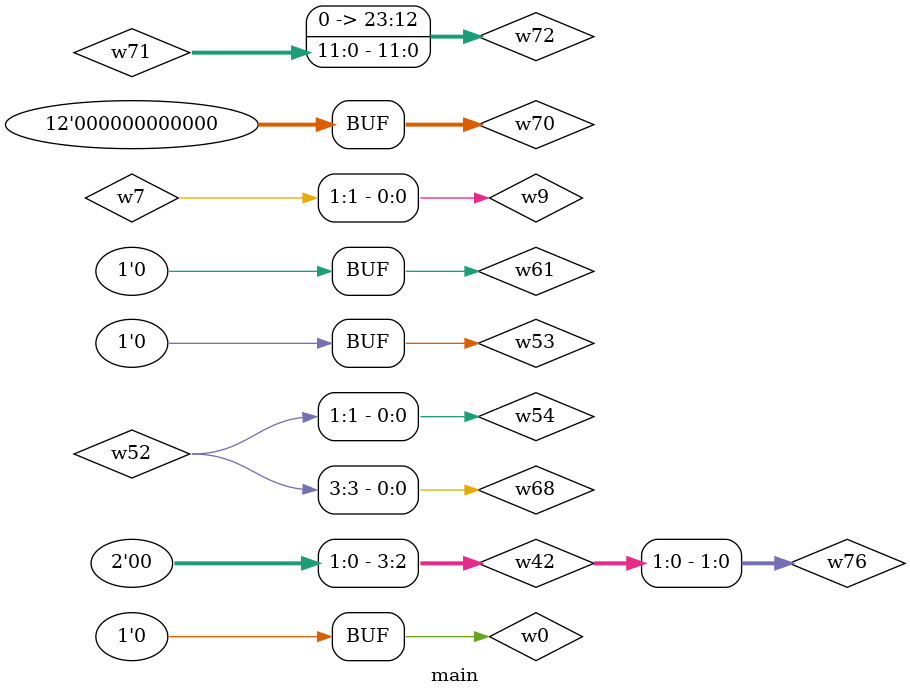
<source format=v>

`timescale 1ns/1ns

module main;    //: root_module
reg [7:0] w4;    //: /sn:0 {0}(#:263,12)(225,12)(225,-15){1}
//: {2}(225,-19)(225,-46)(#:263,-46){3}
//: {4}(223,-17)(210,-17)(210,-17)(147,-17){5}
//: {6}(145,-19)(145,-49)(145,-49)(145,-87){7}
//: {8}(145,-15)(145,161)(-184,161){9}
//: {10}(-188,161)(-292,161)(#:-292,185){11}
//: {12}(-186,163)(#:-186,186){13}
supply0 w0;    //: /sn:0 {0}(478,149)(478,73)(478,73)(478,118){1}
//: {2}(480,120)(512,120)(512,120)(594,120){3}
//: {4}(598,120)(707,120)(707,259){5}
//: {6}(596,118)(596,141)(596,141)(596,204){7}
//: {8}(476,120)(459,120)(459,120)(449,120){9}
//: {10}(445,120)(267,120)(267,98){11}
//: {12}(447,122)(447,348)(478,348)(478,362){13}
reg [1:0] w76;    //: /sn:0 {0}(#:80,-80)(80,-76)(80,-76)(#:80,-44){1}
supply0 w53;    //: /sn:0 {0}(-182,357)(-182,386)(-233,386){1}
//: {2}(-235,384)(-235,293)(-182,293)(-182,309){3}
//: {4}(-237,386)(-379,386)(-379,279){5}
//: {6}(-377,277)(-362,277)(-362,277)(-347,277){7}
//: {8}(-379,275)(-379,205)(-379,205)(-379,150){9}
//: {10}(-377,148)(-332,148){11}
//: {12}(-328,148)(-247,148){13}
//: {14}(-243,148)(-204,148)(-204,148)(-118,148){15}
//: {16}(-114,148)(5,148)(5,74)(-10,74){17}
//: {18}(-116,146)(-116,76)(-131,76){19}
//: {20}(-245,146)(-245,78)(-262,78){21}
//: {22}(-330,146)(-330,78)(-349,78){23}
//: {24}(-381,148)(-463,148){25}
wire w6;    //: /sn:0 {0}(314,97)(314,189)(464,189){1}
wire w32;    //: /sn:0 {0}(596,275)(596,258)(596,258)(596,252){1}
wire [7:0] w7;    //: /sn:0 {0}(203,84)(203,376)(412,376)(412,574)(778,574)(#:778,564){1}
wire w73;    //: /sn:0 {0}(611,370)(672,370)(672,370)(693,370){1}
wire w45;    //: /sn:0 {0}(505,97)(505,212)(582,212){1}
wire w61;    //: /sn:0 {0}(-283,57)(-283,28)(-283,28)(-283,16){1}
//: {2}(-281,14)(-241,14)(-241,14)(-154,14){3}
//: {4}(-150,14)(-108,14)(-108,14)(-33,14){5}
//: {6}(-29,14)(62,14){7}
//: {8}(66,14)(75,14)(75,-38){9}
//: {10}(64,16)(64,327)(-40,327){11}
//: {12}(-31,16)(-31,53){13}
//: {14}(-152,16)(-152,34)(-152,34)(-152,55){15}
//: {16}(-285,14)(-370,14)(-370,45){17}
//: {18}(-372,47)(-396,47)(-396,66){19}
//: {20}(-394,68)(-381,68){21}
//: {22}(-396,70)(-396,78)(-381,78){23}
//: {24}(-370,49)(-370,57){25}
wire w46;    //: /sn:0 {0}(82,88)(82,93){1}
//: {2}(80,95)(42,95)(42,21)(-19,21){3}
//: {4}(-23,21)(-98,21)(-98,21)(-140,21){5}
//: {6}(-144,21)(-231,21)(-231,21)(-271,21){7}
//: {8}(-275,21)(-360,21)(-360,57){9}
//: {10}(-273,23)(-273,38)(-273,38)(-273,57){11}
//: {12}(-142,23)(-142,38)(-142,38)(-142,55){13}
//: {14}(-21,23)(-21,53){15}
//: {16}(82,97)(82,337)(-40,337){17}
wire w60;    //: /sn:0 {0}(763,558)(763,425)(722,425){1}
wire w56;    //: /sn:0 {0}(753,558)(753,497)(722,497){1}
wire w14;    //: /sn:0 {0}(478,197)(478,211)(478,211)(478,220){1}
wire w16;    //: /sn:0 {0}(493,315)(537,315)(537,315)(582,315){1}
wire w19;    //: /sn:0 {0}(333,97)(333,157)(464,157){1}
wire w15;    //: /sn:0 {0}(493,244)(537,244)(537,244)(582,244){1}
wire w38;    //: /sn:0 {0}(464,228)(371,228)(371,97){1}
wire [23:0] w51;    //: /sn:0 {0}(#:198,84)(198,376)(-77,376){1}
//: {2}(-79,374)(#:-79,343){3}
//: {4}(-81,376)(-206,376)(-206,349)(-196,349){5}
wire [11:0] w69;    //: /sn:0 {0}(#:-292,219)(-292,205)(-292,205)(#:-292,206){1}
wire w3;    //: /sn:0 {0}(478,410)(478,425)(582,425){1}
wire w66;    //: /sn:0 {0}(-287,225)(-287,227)(-287,227)(-287,249){1}
wire [3:0] w64;    //: /sn:0 {0}(#:82,67)(82,63){1}
//: {2}(84,61)(118,61)(118,175)(-231,175){3}
//: {4}(-235,175)(-340,175)(-340,195)(-329,195){5}
//: {6}(-233,177)(-233,196)(-223,196){7}
//: {8}(82,59)(#:82,50){9}
wire w37;    //: /sn:0 {0}(611,299)(653,299)(653,299)(693,299){1}
wire [11:0] w63;    //: /sn:0 {0}(#:-186,207)(-186,236)(-282,236)(-282,249){1}
wire w34;    //: /sn:0 {0}(596,394)(596,417){1}
wire w43;    //: /sn:0 {0}(707,330)(707,307){1}
wire w21;    //: /sn:0 {0}(793,558)(793,228)(611,228){1}
wire w54;    //: /sn:0 {0}(-218,68)(-243,68){1}
//: {2}(-245,66)(-245,-28)(38,-28){3}
//: {4}(-247,68)(-262,68){5}
wire [11:0] w58;    //: /sn:0 {0}(201,44)(201,62)(201,62)(#:201,63){1}
wire w31;    //: /sn:0 {0}(675,76)(675,-31)(658,-31){1}
//: {2}(654,-31)(639,-31){3}
//: {4}(635,-31)(620,-31){5}
//: {6}(616,-31)(399,-31)(399,-31)(269,-31){7}
//: {8}(618,-29)(618,76){9}
//: {10}(637,-29)(637,76){11}
//: {12}(656,-29)(656,76){13}
wire w28;    //: /sn:0 {0}(642,76)(642,19)(642,19)(642,7)(563,7)(563,7)(529,7){1}
//: {2}(525,7)(409,7)(409,7)(376,7){3}
//: {4}(372,7)(339,7)(339,7)(318,7){5}
//: {6}(314,7)(285,7)(285,7)(269,7){7}
//: {8}(316,9)(316,76){9}
//: {10}(374,9)(374,76){11}
//: {12}(527,9)(527,19)(527,19)(527,76){13}
wire w24;    //: /sn:0 {0}(387,76)(387,-61)(351,-61){1}
//: {2}(347,-61)(324,-61)(324,-61)(313,-61){3}
//: {4}(309,-61)(302,-61)(302,-61)(295,-61){5}
//: {6}(291,-61)(269,-61){7}
//: {8}(293,-59)(293,76){9}
//: {10}(311,-59)(311,-49)(311,-49)(311,76){11}
//: {12}(349,-59)(349,-49)(349,-49)(349,76){13}
wire w36;    //: /sn:0 {0}(425,76)(425,-51)(408,-51){1}
//: {2}(404,-51)(381,-51)(381,-51)(371,-51){3}
//: {4}(367,-51)(343,-51)(343,-51)(332,-51){5}
//: {6}(328,-51)(292,-51)(292,-51)(269,-51){7}
//: {8}(330,-49)(330,76){9}
//: {10}(369,-49)(369,76){11}
//: {12}(406,-49)(406,76){13}
wire w23;    //: /sn:0 {0}(560,76)(560,-29)(560,-29)(560,-41)(549,-41)(549,-41)(543,-41){1}
//: {2}(539,-41)(532,-41)(532,-41)(524,-41){3}
//: {4}(520,-41)(505,-41){5}
//: {6}(501,-41)(346,-41)(346,-41)(269,-41){7}
//: {8}(503,-39)(503,18)(503,18)(503,76){9}
//: {10}(522,-39)(522,76){11}
//: {12}(541,-39)(541,76){13}
wire w20;    //: /sn:0 {0}(623,76)(623,9)(623,9)(623,-3)(544,-3)(544,-3)(510,-3){1}
//: {2}(506,-3)(376,-3)(376,-3)(337,-3){3}
//: {4}(333,-3)(310,-3)(310,-3)(300,-3){5}
//: {6}(296,-3)(269,-3){7}
//: {8}(298,-1)(298,76){9}
//: {10}(335,-1)(335,76){11}
//: {12}(508,-1)(508,37)(508,37)(508,76){13}
wire w41;    //: /sn:0 {0}(783,558)(783,283)(722,283){1}
wire w1;    //: /sn:0 {0}(813,558)(813,133)(295,133)(295,97){1}
wire w25;    //: /sn:0 {0}(493,386)(537,386)(537,386)(582,386){1}
wire w65;    //: /sn:0 {0}(201,-92)(201,8)(201,8)(201,23){1}
wire w91;    //: /sn:0 {0}(640,97)(640,338)(693,338){1}
wire w92;    //: /sn:0 {0}(678,97)(678,513)(693,513){1}
wire w8;    //: /sn:0 {0}(464,299)(390,299)(390,97){1}
wire w18;    //: /sn:0 {0}(478,291)(478,268){1}
wire w35;    //: /sn:0 {0}(596,465)(596,481)(693,481){1}
wire w40;    //: /sn:0 {0}(596,346)(596,325)(596,325)(596,323){1}
wire [11:0] w71;    //: /sn:0 {0}(#:-285,270)(-285,291){1}
wire w68;    //: /sn:0 {0}(-10,64)(5,64)(5,-8)(38,-8){1}
wire w17;    //: /sn:0 {0}(428,97)(428,402)(464,402){1}
wire w22;    //: /sn:0 {0}(464,260)(352,260)(352,97){1}
wire [23:0] w59;    //: /sn:0 {0}(#:-167,333)(-154,333)(-154,307)(-79,307)(-79,322){1}
wire w62;    //: /sn:0 {0}(-297,240)(-297,225){1}
wire w85;    //: /sn:0 {0}(659,97)(659,409)(693,409){1}
wire w11;    //: /sn:0 {0}(-91,61)(-108,61)(-108,38)(-178,38)(-178,64){1}
//: {2}(-176,66)(-163,66){3}
//: {4}(-180,66)(-184,66)(-184,66)(-197,66){5}
//: {6}(-178,68)(-178,76)(-163,76){7}
wire w44;    //: /sn:0 {0}(-349,68)(-333,68){1}
//: {2}(-329,68)(-311,68){3}
//: {4}(-307,68)(-294,68){5}
//: {6}(-309,66)(-309,36)(-251,36)(-234,36)(-234,63)(-218,63){7}
//: {8}(-309,70)(-309,78)(-294,78){9}
//: {10}(-331,66)(-331,-38)(38,-38){11}
wire w2;    //: /sn:0 {0}(-131,66)(-118,66){1}
//: {2}(-114,66)(-91,66){3}
//: {4}(-116,64)(-116,-18)(38,-18){5}
wire w57;    //: /sn:0 {0}(743,558)(743,531)(707,531)(707,521){1}
wire w12;    //: /sn:0 {0}(563,97)(563,457)(582,457){1}
wire [11:0] w70;    //: /sn:0 {0}(#:-341,277)(-295,277)(-295,291){1}
wire w10;    //: /sn:0 {0}(464,331)(409,331)(409,97){1}
wire [23:0] w72;    //: /sn:0 {0}(#:-290,297)(-290,317)(-196,317){1}
wire w13;    //: /sn:0 {0}(680,76)(680,39)(680,39)(680,27)(601,27)(601,27)(567,27){1}
//: {2}(563,27)(444,27)(444,27)(432,27){3}
//: {4}(428,27)(406,27)(406,27)(394,27){5}
//: {6}(390,27)(311,27)(311,27)(269,27){7}
//: {8}(392,29)(392,76){9}
//: {10}(430,29)(430,39)(430,39)(430,76){11}
//: {12}(565,29)(565,76){13}
wire w27;    //: /sn:0 {0}(525,97)(525,283)(582,283){1}
wire [3:0] w52;    //: /sn:0 {0}(79,29)(79,-23)(#:44,-23){1}
wire w5;    //: /sn:0 {0}(661,76)(661,29)(661,29)(661,17)(582,17)(582,17)(548,17){1}
//: {2}(544,17)(431,17)(431,17)(413,17){3}
//: {4}(409,17)(376,17)(376,17)(356,17){5}
//: {6}(352,17)(299,17)(299,17)(269,17){7}
//: {8}(354,19)(354,29)(354,29)(354,76){9}
//: {10}(411,19)(411,76){11}
//: {12}(546,19)(546,76){13}
wire w48;    //: /sn:0 {0}(707,401)(707,378){1}
wire w33;    //: /sn:0 {0}(611,441)(685,441)(685,441)(693,441){1}
wire w29;    //: /sn:0 {0}(707,449)(707,473){1}
wire w47;    //: /sn:0 {0}(773,558)(773,354)(722,354){1}
wire w79;    //: /sn:0 {0}(-116,332)(-139,332)(-139,404)(-365,404)(-365,112){1}
//: {2}(-363,110)(-323,110)(-323,110)(-280,110){3}
//: {4}(-276,110)(-236,110)(-236,110)(-149,110){5}
//: {6}(-145,110)(-26,110)(-26,85){7}
//: {8}(-147,108)(-147,87){9}
//: {10}(-278,108)(-278,97)(-278,97)(-278,89){11}
//: {12}(-365,108)(-365,97)(-365,97)(-365,89){13}
//: {14}(-367,110)(-409,110)(-409,110)(-448,110){15}
wire w50;    //: /sn:0 {0}(-70,64)(-61,64)(-61,64)(-59,64){1}
//: {2}(-55,64)(-42,64){3}
//: {4}(-57,66)(-57,74)(-42,74){5}
wire [3:0] w42;    //: /sn:0 {0}(85,29)(85,-4)(85,-4)(85,-38){1}
wire w9;    //: /sn:0 {0}(803,558)(803,173)(493,173){1}
wire w39;    //: /sn:0 {0}(620,97)(620,267)(693,267){1}
wire w55;    //: /sn:0 {0}(544,97)(544,354)(582,354){1}
wire w26;    //: /sn:0 {0}(464,370)(447,370)(447,351)(478,351)(478,339){1}
//: enddecls

  _GGAND2 #(6) g61 (.I0(w31), .I1(w13), .Z(w92));   //: @(678,87) /sn:0 /R:3 /w:[ 0 0 0 ]
  _GGAND2 #(6) g8 (.I0(w24), .I1(w5), .Z(w22));   //: @(352,87) /sn:0 /R:3 /w:[ 13 9 1 ]
  //: joint g4 (w24) @(293, -61) /w:[ 5 -1 6 8 ]
  //: joint g3 (w4) @(145, -17) /w:[ 5 6 -1 8 ]
  //: joint g86 (w53) @(-245, 148) /w:[ 14 20 13 -1 ]
  assign {w61, w42} = w76; //: CONCAT g58  @(80,-43) /sn:0 /R:1 /w:[ 9 1 1 ] /dr:0 /tp:0 /drp:0
  _GGJKFF #(10, 10, 20) g55 (.Q(w68), ._Q(w53), .J(w50), .K(w50), .PRE(w61), .CLR(~w46), .CK(w79));   //: @(-26,69) /sn:0 /w:[ 0 17 3 5 13 15 7 ] /mi:0
  //: joint g51 (w23) @(541, -41) /w:[ 1 -1 2 12 ]
  //: joint g13 (w24) @(349, -61) /w:[ 1 -1 2 12 ]
  _GGADD #(12, 14, 6, 8) g34 (.A(w17), .B(w26), .S(w25), .CI(w0), .CO(w3));   //: @(480,386) /sn:0 /R:1 /w:[ 1 0 0 13 0 ]
  //: joint g37 (w23) @(503, -41) /w:[ 5 -1 6 8 ]
  _GGAND1x12 #(1) g112 (.I0(w58), .Z(w65));   //: @(201,33) /sn:0 /R:1 /w:[ 0 1 ]
  //: joint g89 (w79) @(-147, 110) /w:[ 6 8 5 -1 ]
  _GGNXOR2x24 #(6) g111 (.I0(w51), .I1(w7), .Z(w58));   //: @(201,73) /sn:0 /R:1 /w:[ 0 0 1 ]
  //: joint g110 (w44) @(-331, 68) /w:[ 2 10 1 -1 ]
  _GGREG24 #(10, 10, 20) g76 (.Q(w51), .D(w59), .EN(w46), .CLR(w61), .CK(w79));   //: @(-79,332) /sn:0 /w:[ 3 1 17 11 0 ]
  //: joint g77 (w61) @(-31, 14) /w:[ 6 -1 5 12 ]
  //: joint g65 (w31) @(618, -31) /w:[ 5 -1 6 8 ]
  assign {w31, w23, w36, w24} = w4; //: CONCAT g2  @(264,-46) /sn:0 /R:2 /w:[ 7 7 7 7 3 ] /dr:0 /tp:0 /drp:0
  //: joint g59 (w61) @(-283, 14) /w:[ 2 -1 16 1 ]
  //: joint g72 (w11) @(-178, 66) /w:[ 2 1 4 6 ]
  assign {w13, w5, w28, w20} = w4; //: CONCAT g1  @(264,12) /sn:0 /R:2 /w:[ 7 7 7 7 0 ] /dr:0 /tp:0 /drp:0
  _GGAND2 #(6) a0b0 (.I0(w20), .I1(w24), .Z(w1));   //: @(295,87) /sn:0 /R:3 /w:[ 9 9 1 ]
  //: joint g99 (w64) @(-233, 175) /w:[ 3 -1 4 6 ]
  //: joint g98 (w64) @(82, 61) /w:[ 2 8 -1 1 ]
  _GGAND2 #(6) g64 (.I0(w31), .I1(w5), .Z(w85));   //: @(659,87) /sn:0 /R:3 /w:[ 13 0 0 ]
  _GGRSHIFT12 #(16, 18) g96 (.I(w4), .Z(w69), .S(w64));   //: @(-292,195) /sn:0 /w:[ 11 1 5 ]
  _GGAND2 #(6) g16 (.I0(w36), .I1(w13), .Z(w17));   //: @(428,87) /sn:0 /R:3 /w:[ 0 11 0 ]
  //: joint g11 (w36) @(330, -51) /w:[ 5 -1 6 8 ]
  assign w70 = {w53}; //: CONCAT g103  @(-342,277) /sn:0 /w:[ 0 7 ] /dr:0 /tp:0 /drp:1
  //: joint g87 (w53) @(-330, 148) /w:[ 12 22 11 -1 ]
  _GGNXOR2x4 #(6) g78 (.I0(w42), .I1(w52), .Z(w64));   //: @(82,40) /sn:0 /R:3 /w:[ 0 0 9 ]
  _GGAND2 #(6) g28 (.I0(w23), .I1(w13), .Z(w12));   //: @(563,87) /sn:0 /R:3 /w:[ 0 13 0 ]
  //: joint g50 (w0) @(478, 120) /w:[ 2 1 8 -1 ]
  //: joint g10 (w20) @(335, -3) /w:[ 3 -1 4 10 ]
  //: LED g113 (w65) @(201,-99) /sn:0 /w:[ 0 ] /type:0
  _GGJKFF #(10, 10, 20) g27 (.Q(w54), ._Q(w53), .J(w44), .K(w44), .PRE(w61), .CLR(~w46), .CK(w79));   //: @(-278,73) /sn:0 /w:[ 5 21 5 9 0 11 11 ] /mi:0
  _GGAND2 #(6) g19 (.I0(w28), .I1(w36), .Z(w38));   //: @(371,87) /sn:0 /R:3 /w:[ 11 11 1 ]
  //: GROUND g32 (w0) @(267,92) /sn:0 /R:2 /w:[ 11 ]
  assign w72 = {w70, w71}; //: CONCAT g102  @(-290,296) /sn:0 /R:3 /w:[ 0 1 1 ] /dr:1 /tp:0 /drp:1
  //: joint g69 (w61) @(-370, 47) /w:[ -1 17 18 24 ]
  _GGAND2 #(6) g6 (.I0(w24), .I1(w28), .Z(w6));   //: @(314,87) /sn:0 /R:3 /w:[ 11 9 0 ]
  //: joint g38 (w20) @(508, -3) /w:[ 1 -1 2 12 ]
  //: joint g75 (w50) @(-57, 64) /w:[ 2 -1 1 4 ]
  //: joint g57 (w61) @(-152, 14) /w:[ 4 -1 3 14 ]
  _GGADD #(12, 14, 6, 8) g53 (.A(w33), .B(w85), .S(w60), .CI(w48), .CO(w29));   //: @(709,425) /sn:0 /R:1 /w:[ 1 1 1 0 0 ]
  _GGAND2 #(6) g7 (.I0(w36), .I1(w20), .Z(w19));   //: @(333,87) /sn:0 /R:3 /w:[ 9 11 0 ]
  //: joint g9 (w24) @(311, -61) /w:[ 3 -1 4 10 ]
  //: joint g71 (w46) @(82, 95) /w:[ -1 1 2 16 ]
  _GGAND2 #(6) g31 (.I0(w20), .I1(w23), .Z(w45));   //: @(505,87) /sn:0 /R:3 /w:[ 13 9 0 ]
  //: joint g15 (w5) @(354, 17) /w:[ 5 -1 6 8 ]
  //: joint g20 (w36) @(369, -51) /w:[ 3 -1 4 10 ]
  //: joint g68 (w61) @(-396, 68) /w:[ 20 19 -1 22 ]
  //: joint g67 (w31) @(656, -31) /w:[ 1 -1 2 12 ]
  _GGADD #(12, 14, 6, 8) g39 (.A(w15), .B(w45), .S(w21), .CI(w0), .CO(w32));   //: @(598,228) /sn:0 /R:1 /w:[ 1 1 1 7 1 ]
  _GGADD #(12, 14, 6, 8) g48 (.A(w92), .B(w35), .S(w56), .CI(w29), .CO(w57));   //: @(709,497) /sn:0 /R:1 /w:[ 1 1 1 1 1 ]
  _GGADD #(12, 14, 6, 8) g43 (.A(w16), .B(w27), .S(w37), .CI(w32), .CO(w40));   //: @(598,299) /sn:0 /R:1 /w:[ 1 1 0 0 1 ]
  //: joint g73 (w4) @(225, -17) /w:[ -1 2 4 1 ]
  //: joint g104 (w53) @(-379, 148) /w:[ 10 -1 24 9 ]
  _GGAND2 #(6) g88 (.I0(w11), .I1(w2), .Z(w50));   //: @(-80,64) /sn:0 /w:[ 0 3 0 ]
  _GGAND2 #(6) g62 (.I0(w20), .I1(w31), .Z(w39));   //: @(620,87) /sn:0 /R:3 /w:[ 0 9 0 ]
  _GGAND2 #(6) g29 (.I0(w23), .I1(w28), .Z(w27));   //: @(525,87) /sn:0 /R:3 /w:[ 11 13 0 ]
  _GGAND2 #(6) g17 (.I0(w24), .I1(w13), .Z(w8));   //: @(390,87) /sn:0 /R:3 /w:[ 0 9 1 ]
  //: joint g25 (w36) @(406, -51) /w:[ 1 -1 2 12 ]
  //: joint g107 (w53) @(-235, 386) /w:[ 1 2 4 -1 ]
  //: joint g106 (w53) @(-379, 277) /w:[ 6 8 -1 5 ]
  _GGAND2 #(6) g63 (.I0(w31), .I1(w28), .Z(w91));   //: @(640,87) /sn:0 /R:3 /w:[ 11 0 0 ]
  //: joint g52 (w5) @(546, 17) /w:[ 1 -1 2 12 ]
  _GGADD #(12, 14, 6, 8) g42 (.A(w12), .B(w3), .S(w33), .CI(w34), .CO(w35));   //: @(598,441) /sn:0 /R:1 /w:[ 1 1 0 1 0 ]
  //: joint g83 (w46) @(-21, 21) /w:[ 3 -1 4 14 ]
  //: joint g109 (w54) @(-245, 68) /w:[ 1 2 4 -1 ]
  assign {w66, w62} = w69; //: CONCAT g100  @(-292,220) /sn:0 /R:1 /w:[ 0 1 0 ] /dr:1 /tp:0 /drp:0
  _GGCLOCK_P100_0_50 g74 (.Z(w79));   //: @(-461,110) /sn:0 /w:[ 15 ] /omega:100 /phi:0 /duty:50
  //: SWITCH g56 (w76) @(80,-93) /sn:0 /R:3 /w:[ 0 ] /st:0 /dn:0
  //: joint g5 (w20) @(298, -3) /w:[ 5 -1 6 8 ]
  _GGADD #(12, 14, 6, 8) g14 (.A(w6), .B(w19), .S(w9), .CI(w0), .CO(w14));   //: @(480,173) /sn:0 /R:1 /w:[ 1 1 1 0 0 ]
  //: joint g94 (w2) @(-116, 66) /w:[ 2 4 1 -1 ]
  _GGLSHIFT12 #(16, 18) g95 (.I(w4), .Z(w63), .S(w64));   //: @(-186,196) /sn:0 /w:[ 13 0 7 ]
  assign w52 = {w68, w2, w54, w44}; //: CONCAT g80  @(43,-23) /sn:0 /w:[ 1 1 5 3 11 ] /dr:1 /tp:0 /drp:1
  _GGAND1x4 #(1) g79 (.I0(w64), .Z(w46));   //: @(82,78) /sn:0 /R:3 /w:[ 0 0 ]
  assign w7 = {w57, w56, w60, w47, w41, w21, w9, w1}; //: CONCAT g47  @(778,563) /sn:0 /R:3 /w:[ 1 0 0 0 0 0 0 0 0 ] /dr:1 /tp:0 /drp:1
  _GGADD #(12, 14, 6, 8) g44 (.A(w37), .B(w39), .S(w41), .CI(w0), .CO(w43));   //: @(709,283) /sn:0 /R:1 /w:[ 1 1 1 5 1 ]
  _GGADD24 #(196, 198, 190, 192) g105 (.A(w51), .B(w72), .S(w59), .CI(w53), .CO(w53));   //: @(-180,333) /sn:0 /R:1 /w:[ 5 1 0 3 0 ]
  _GGAND2 #(6) g92 (.I0(w44), .I1(w54), .Z(w11));   //: @(-207,66) /sn:0 /w:[ 7 0 5 ]
  //: joint g85 (w53) @(-116, 148) /w:[ 16 18 15 -1 ]
  //: GROUND g84 (w53) @(-469,148) /sn:0 /R:3 /w:[ 25 ]
  //: joint g21 (w28) @(374, 7) /w:[ 3 -1 4 10 ]
  //: joint g24 (w13) @(392, 27) /w:[ 5 -1 6 8 ]
  //: joint g36 (w13) @(430, 27) /w:[ 3 -1 4 10 ]
  _GGADD #(12, 14, 6, 8) g23 (.A(w22), .B(w38), .S(w15), .CI(w14), .CO(w18));   //: @(480,244) /sn:0 /R:1 /w:[ 0 0 0 1 1 ]
  //: joint g41 (w28) @(527, 7) /w:[ 1 -1 2 12 ]
  _GGAND2x12 #(6) g101 (.I0(w63), .I1({12{w66}}), .Z(w71));   //: @(-285,260) /sn:0 /R:3 /w:[ 1 1 0 ]
  //: joint g93 (w61) @(64, 14) /w:[ 8 -1 7 10 ]
  //: joint g81 (w46) @(-273, 21) /w:[ 7 -1 8 10 ]
  _GGJKFF #(10, 10, 20) g54 (.Q(w2), ._Q(w53), .J(w11), .K(w11), .PRE(w61), .CLR(~w46), .CK(w79));   //: @(-147,71) /sn:0 /w:[ 0 19 3 7 15 13 9 ] /mi:0
  //: joint g60 (w13) @(565, 27) /w:[ 1 -1 2 12 ]
  //: joint g40 (w23) @(522, -41) /w:[ 3 -1 4 10 ]
  //: joint g70 (w44) @(-309, 68) /w:[ 4 6 3 8 ]
  //: joint g90 (w79) @(-278, 110) /w:[ 4 10 3 -1 ]
  _GGJKFF #(10, 10, 20) g22 (.Q(w44), ._Q(w53), .J(w61), .K(w61), .PRE(w61), .CLR(~w46), .CK(w79));   //: @(-365,73) /sn:0 /w:[ 0 23 21 23 25 9 13 ] /mi:0
  _GGADD #(12, 14, 6, 8) g46 (.A(w73), .B(w91), .S(w47), .CI(w43), .CO(w48));   //: @(709,354) /sn:0 /R:1 /w:[ 1 1 1 0 1 ]
  //: joint g45 (w0) @(596, 120) /w:[ 4 6 3 -1 ]
  //: DIP g0 (w4) @(145,-97) /sn:0 /w:[ 7 ] /st:9 /dn:0
  //: joint g26 (w5) @(411, 17) /w:[ 3 -1 4 10 ]
  //: joint g35 (w0) @(447, 120) /w:[ 9 -1 10 12 ]
  //: joint g97 (w4) @(-186, 161) /w:[ 9 -1 10 12 ]
  //: joint g82 (w46) @(-142, 21) /w:[ 5 -1 6 12 ]
  //: joint g66 (w31) @(637, -31) /w:[ 3 -1 4 10 ]
  _GGAND2 #(6) g18 (.I0(w36), .I1(w5), .Z(w10));   //: @(409,87) /sn:0 /R:3 /w:[ 13 11 1 ]
  //: joint g12 (w28) @(316, 7) /w:[ 5 -1 6 8 ]
  //: joint g108 (w51) @(-79, 376) /w:[ 1 2 4 -1 ]
  //: joint g91 (w79) @(-365, 110) /w:[ 2 12 14 1 ]
  _GGAND2 #(6) g30 (.I0(w23), .I1(w5), .Z(w55));   //: @(544,87) /sn:0 /R:3 /w:[ 13 13 0 ]
  _GGADD #(12, 14, 6, 8) g33 (.A(w10), .B(w8), .S(w16), .CI(w18), .CO(w26));   //: @(480,315) /sn:0 /R:1 /w:[ 0 0 0 0 1 ]
  _GGADD #(12, 14, 6, 8) g49 (.A(w25), .B(w55), .S(w73), .CI(w40), .CO(w34));   //: @(598,370) /sn:0 /R:1 /w:[ 1 1 0 0 0 ]

endmodule
//: /netlistEnd


</source>
